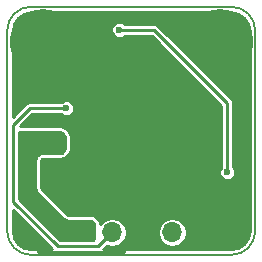
<source format=gbr>
G04 #@! TF.FileFunction,Copper,L2,Bot,Signal*
%FSLAX46Y46*%
G04 Gerber Fmt 4.6, Leading zero omitted, Abs format (unit mm)*
G04 Created by KiCad (PCBNEW 4.0.5) date Sunday, 09. April 2017 'u35' 15:35:46*
%MOMM*%
%LPD*%
G01*
G04 APERTURE LIST*
%ADD10C,0.100000*%
%ADD11C,0.150000*%
%ADD12C,5.600000*%
%ADD13R,1.700000X1.700000*%
%ADD14O,1.700000X1.700000*%
%ADD15C,0.600000*%
%ADD16C,0.250000*%
%ADD17C,0.254000*%
G04 APERTURE END LIST*
D10*
D11*
X139000000Y-110000000D02*
G75*
G03X141000000Y-108000000I0J2000000D01*
G01*
X120000000Y-108000000D02*
G75*
G03X122000000Y-110000000I2000000J0D01*
G01*
X141000000Y-91000000D02*
G75*
G03X139000000Y-89000000I-2000000J0D01*
G01*
X122000000Y-89000000D02*
G75*
G03X120000000Y-91000000I0J-2000000D01*
G01*
X139000000Y-110000000D02*
X122000000Y-110000000D01*
X141000000Y-91000000D02*
X141000000Y-108000000D01*
X122000000Y-89000000D02*
X139000000Y-89000000D01*
X120000000Y-108000000D02*
X120000000Y-91000000D01*
D12*
X138000000Y-92000000D03*
X123000000Y-92000000D03*
D13*
X126350000Y-108095000D03*
D14*
X128890000Y-108095000D03*
X131430000Y-108095000D03*
X133970000Y-108095000D03*
D15*
X124500000Y-100500000D03*
X123500000Y-100500000D03*
X121500000Y-100500000D03*
X123500000Y-103500000D03*
X137000000Y-109000000D03*
X137000000Y-104500000D03*
X137000000Y-101500000D03*
X121000000Y-97000000D03*
X126500000Y-103500000D03*
X124500000Y-103500000D03*
X127500000Y-103500000D03*
X127500000Y-105500000D03*
X122000000Y-109000000D03*
X131500000Y-105500000D03*
X131500000Y-103500000D03*
X128000000Y-96500000D03*
X126000000Y-96500000D03*
X127000000Y-96500000D03*
X126000000Y-90000000D03*
X121000000Y-95000000D03*
X140000000Y-99000000D03*
X140000000Y-101000000D03*
X131000000Y-90000000D03*
X133000000Y-90000000D03*
X135000000Y-90000000D03*
X140000000Y-97000000D03*
X140000000Y-95000000D03*
X140000000Y-103000000D03*
X139000000Y-109000000D03*
X140000000Y-108000000D03*
X140000000Y-105000000D03*
X138645000Y-103000000D03*
X129500000Y-90950000D03*
X125000000Y-97600000D03*
D16*
X122000000Y-96000000D02*
X122500000Y-96500000D01*
X122500000Y-96500000D02*
X126000000Y-96500000D01*
X121000000Y-97000000D02*
X122000000Y-96000000D01*
X130580001Y-108944999D02*
X131430000Y-108095000D01*
X122720012Y-109720012D02*
X129804988Y-109720012D01*
X122000000Y-109000000D02*
X122720012Y-109720012D01*
X129804988Y-109720012D02*
X130580001Y-108944999D01*
X127000000Y-96500000D02*
X126000000Y-96500000D01*
X133025000Y-106500000D02*
X136500000Y-106500000D01*
X136500000Y-106500000D02*
X139000000Y-109000000D01*
X131430000Y-108095000D02*
X133025000Y-106500000D01*
X140000000Y-103000000D02*
X140000000Y-101000000D01*
X140000000Y-105000000D02*
X140000000Y-103000000D01*
X133000000Y-90000000D02*
X131000000Y-90000000D01*
X138000000Y-92000000D02*
X137000000Y-92000000D01*
X137000000Y-92000000D02*
X135000000Y-90000000D01*
X138000000Y-92000000D02*
X138000000Y-93000000D01*
X138000000Y-93000000D02*
X140000000Y-95000000D01*
X140000000Y-108000000D02*
X140000000Y-105000000D01*
X138645000Y-100500000D02*
X138645000Y-97145000D01*
X138645000Y-97145000D02*
X132450000Y-90950000D01*
X132450000Y-90950000D02*
X130160000Y-90950000D01*
X130160000Y-90950000D02*
X129500000Y-90950000D01*
X138645000Y-101110000D02*
X138645000Y-100500000D01*
X138645000Y-100500000D02*
X138645000Y-103000000D01*
X125000000Y-97600000D02*
X121900000Y-97600000D01*
X120500000Y-99000000D02*
X120500000Y-105500000D01*
X121900000Y-97600000D02*
X120500000Y-99000000D01*
X120500000Y-105500000D02*
X124270001Y-109270001D01*
X124270001Y-109270001D02*
X127714999Y-109270001D01*
X127714999Y-109270001D02*
X128890000Y-108095000D01*
D17*
G36*
X123828408Y-109544000D02*
X122044911Y-109544000D01*
X121412555Y-109418216D01*
X120914544Y-109085456D01*
X120581784Y-108587445D01*
X120456000Y-107955088D01*
X120456000Y-106171592D01*
X123828408Y-109544000D01*
X123828408Y-109544000D01*
G37*
X123828408Y-109544000D02*
X122044911Y-109544000D01*
X121412555Y-109418216D01*
X120914544Y-109085456D01*
X120581784Y-108587445D01*
X120456000Y-107955088D01*
X120456000Y-106171592D01*
X123828408Y-109544000D01*
G36*
X139587445Y-89581784D02*
X140085456Y-89914544D01*
X140418216Y-90412555D01*
X140544000Y-91044911D01*
X140544000Y-107955089D01*
X140418216Y-108587445D01*
X140085456Y-109085456D01*
X139587445Y-109418216D01*
X138955088Y-109544000D01*
X128156592Y-109544000D01*
X128439988Y-109260604D01*
X128890000Y-109350117D01*
X129361083Y-109256413D01*
X129760448Y-108989565D01*
X130027296Y-108590200D01*
X130121000Y-108119117D01*
X130121000Y-108070883D01*
X132739000Y-108070883D01*
X132739000Y-108119117D01*
X132832704Y-108590200D01*
X133099552Y-108989565D01*
X133498917Y-109256413D01*
X133970000Y-109350117D01*
X134441083Y-109256413D01*
X134840448Y-108989565D01*
X135107296Y-108590200D01*
X135201000Y-108119117D01*
X135201000Y-108070883D01*
X135107296Y-107599800D01*
X134840448Y-107200435D01*
X134441083Y-106933587D01*
X133970000Y-106839883D01*
X133498917Y-106933587D01*
X133099552Y-107200435D01*
X132832704Y-107599800D01*
X132739000Y-108070883D01*
X130121000Y-108070883D01*
X130027296Y-107599800D01*
X129760448Y-107200435D01*
X129361083Y-106933587D01*
X128890000Y-106839883D01*
X128418917Y-106933587D01*
X128019552Y-107200435D01*
X127872618Y-107420337D01*
X127835619Y-107234329D01*
X127778729Y-107096984D01*
X127670342Y-106934773D01*
X127565227Y-106829658D01*
X127403016Y-106721271D01*
X127265671Y-106664381D01*
X127074329Y-106626321D01*
X127000000Y-106619000D01*
X125244631Y-106619000D01*
X125164426Y-106603046D01*
X125096427Y-106557611D01*
X122942389Y-104403573D01*
X122896954Y-104335574D01*
X122881000Y-104255369D01*
X122881000Y-102037524D01*
X122896954Y-101957319D01*
X122921133Y-101921133D01*
X122957319Y-101896954D01*
X123037524Y-101881000D01*
X124500000Y-101881000D01*
X124574329Y-101873679D01*
X124765671Y-101835619D01*
X124903016Y-101778729D01*
X125065227Y-101670342D01*
X125170342Y-101565227D01*
X125278729Y-101403016D01*
X125335619Y-101265671D01*
X125373679Y-101074329D01*
X125381000Y-101000000D01*
X125381000Y-100000000D01*
X125373679Y-99925671D01*
X125335619Y-99734329D01*
X125278729Y-99596984D01*
X125170342Y-99434773D01*
X125065227Y-99329658D01*
X124903016Y-99221271D01*
X124765671Y-99164381D01*
X124574329Y-99126321D01*
X124500000Y-99119000D01*
X121096592Y-99119000D01*
X122109592Y-98106000D01*
X124542877Y-98106000D01*
X124613741Y-98176987D01*
X124863946Y-98280882D01*
X125134865Y-98281118D01*
X125385252Y-98177661D01*
X125576987Y-97986259D01*
X125680882Y-97736054D01*
X125681118Y-97465135D01*
X125577661Y-97214748D01*
X125386259Y-97023013D01*
X125136054Y-96919118D01*
X124865135Y-96918882D01*
X124614748Y-97022339D01*
X124542962Y-97094000D01*
X121900000Y-97094000D01*
X121706362Y-97132517D01*
X121542204Y-97242204D01*
X120456000Y-98328408D01*
X120456000Y-91084865D01*
X128818882Y-91084865D01*
X128922339Y-91335252D01*
X129113741Y-91526987D01*
X129363946Y-91630882D01*
X129634865Y-91631118D01*
X129885252Y-91527661D01*
X129957038Y-91456000D01*
X132240408Y-91456000D01*
X138139000Y-97354592D01*
X138139000Y-102542877D01*
X138068013Y-102613741D01*
X137964118Y-102863946D01*
X137963882Y-103134865D01*
X138067339Y-103385252D01*
X138258741Y-103576987D01*
X138508946Y-103680882D01*
X138779865Y-103681118D01*
X139030252Y-103577661D01*
X139221987Y-103386259D01*
X139325882Y-103136054D01*
X139326118Y-102865135D01*
X139222661Y-102614748D01*
X139151000Y-102542962D01*
X139151000Y-97145000D01*
X139112483Y-96951362D01*
X139002796Y-96787204D01*
X132807796Y-90592204D01*
X132643638Y-90482517D01*
X132450000Y-90444000D01*
X129957123Y-90444000D01*
X129886259Y-90373013D01*
X129636054Y-90269118D01*
X129365135Y-90268882D01*
X129114748Y-90372339D01*
X128923013Y-90563741D01*
X128819118Y-90813946D01*
X128818882Y-91084865D01*
X120456000Y-91084865D01*
X120456000Y-91044912D01*
X120581784Y-90412555D01*
X120914544Y-89914544D01*
X121412555Y-89581784D01*
X122044911Y-89456000D01*
X138955088Y-89456000D01*
X139587445Y-89581784D01*
X139587445Y-89581784D01*
G37*
X139587445Y-89581784D02*
X140085456Y-89914544D01*
X140418216Y-90412555D01*
X140544000Y-91044911D01*
X140544000Y-107955089D01*
X140418216Y-108587445D01*
X140085456Y-109085456D01*
X139587445Y-109418216D01*
X138955088Y-109544000D01*
X128156592Y-109544000D01*
X128439988Y-109260604D01*
X128890000Y-109350117D01*
X129361083Y-109256413D01*
X129760448Y-108989565D01*
X130027296Y-108590200D01*
X130121000Y-108119117D01*
X130121000Y-108070883D01*
X132739000Y-108070883D01*
X132739000Y-108119117D01*
X132832704Y-108590200D01*
X133099552Y-108989565D01*
X133498917Y-109256413D01*
X133970000Y-109350117D01*
X134441083Y-109256413D01*
X134840448Y-108989565D01*
X135107296Y-108590200D01*
X135201000Y-108119117D01*
X135201000Y-108070883D01*
X135107296Y-107599800D01*
X134840448Y-107200435D01*
X134441083Y-106933587D01*
X133970000Y-106839883D01*
X133498917Y-106933587D01*
X133099552Y-107200435D01*
X132832704Y-107599800D01*
X132739000Y-108070883D01*
X130121000Y-108070883D01*
X130027296Y-107599800D01*
X129760448Y-107200435D01*
X129361083Y-106933587D01*
X128890000Y-106839883D01*
X128418917Y-106933587D01*
X128019552Y-107200435D01*
X127872618Y-107420337D01*
X127835619Y-107234329D01*
X127778729Y-107096984D01*
X127670342Y-106934773D01*
X127565227Y-106829658D01*
X127403016Y-106721271D01*
X127265671Y-106664381D01*
X127074329Y-106626321D01*
X127000000Y-106619000D01*
X125244631Y-106619000D01*
X125164426Y-106603046D01*
X125096427Y-106557611D01*
X122942389Y-104403573D01*
X122896954Y-104335574D01*
X122881000Y-104255369D01*
X122881000Y-102037524D01*
X122896954Y-101957319D01*
X122921133Y-101921133D01*
X122957319Y-101896954D01*
X123037524Y-101881000D01*
X124500000Y-101881000D01*
X124574329Y-101873679D01*
X124765671Y-101835619D01*
X124903016Y-101778729D01*
X125065227Y-101670342D01*
X125170342Y-101565227D01*
X125278729Y-101403016D01*
X125335619Y-101265671D01*
X125373679Y-101074329D01*
X125381000Y-101000000D01*
X125381000Y-100000000D01*
X125373679Y-99925671D01*
X125335619Y-99734329D01*
X125278729Y-99596984D01*
X125170342Y-99434773D01*
X125065227Y-99329658D01*
X124903016Y-99221271D01*
X124765671Y-99164381D01*
X124574329Y-99126321D01*
X124500000Y-99119000D01*
X121096592Y-99119000D01*
X122109592Y-98106000D01*
X124542877Y-98106000D01*
X124613741Y-98176987D01*
X124863946Y-98280882D01*
X125134865Y-98281118D01*
X125385252Y-98177661D01*
X125576987Y-97986259D01*
X125680882Y-97736054D01*
X125681118Y-97465135D01*
X125577661Y-97214748D01*
X125386259Y-97023013D01*
X125136054Y-96919118D01*
X124865135Y-96918882D01*
X124614748Y-97022339D01*
X124542962Y-97094000D01*
X121900000Y-97094000D01*
X121706362Y-97132517D01*
X121542204Y-97242204D01*
X120456000Y-98328408D01*
X120456000Y-91084865D01*
X128818882Y-91084865D01*
X128922339Y-91335252D01*
X129113741Y-91526987D01*
X129363946Y-91630882D01*
X129634865Y-91631118D01*
X129885252Y-91527661D01*
X129957038Y-91456000D01*
X132240408Y-91456000D01*
X138139000Y-97354592D01*
X138139000Y-102542877D01*
X138068013Y-102613741D01*
X137964118Y-102863946D01*
X137963882Y-103134865D01*
X138067339Y-103385252D01*
X138258741Y-103576987D01*
X138508946Y-103680882D01*
X138779865Y-103681118D01*
X139030252Y-103577661D01*
X139221987Y-103386259D01*
X139325882Y-103136054D01*
X139326118Y-102865135D01*
X139222661Y-102614748D01*
X139151000Y-102542962D01*
X139151000Y-97145000D01*
X139112483Y-96951362D01*
X139002796Y-96787204D01*
X132807796Y-90592204D01*
X132643638Y-90482517D01*
X132450000Y-90444000D01*
X129957123Y-90444000D01*
X129886259Y-90373013D01*
X129636054Y-90269118D01*
X129365135Y-90268882D01*
X129114748Y-90372339D01*
X128923013Y-90563741D01*
X128819118Y-90813946D01*
X128818882Y-91084865D01*
X120456000Y-91084865D01*
X120456000Y-91044912D01*
X120581784Y-90412555D01*
X120914544Y-89914544D01*
X121412555Y-89581784D01*
X122044911Y-89456000D01*
X138955088Y-89456000D01*
X139587445Y-89581784D01*
G36*
X124641790Y-99657692D02*
X124761991Y-99738009D01*
X124842308Y-99858210D01*
X124873000Y-100012509D01*
X124873000Y-100987491D01*
X124842308Y-101141790D01*
X124761991Y-101261991D01*
X124641790Y-101342308D01*
X124487491Y-101373000D01*
X123000000Y-101373000D01*
X122975224Y-101375440D01*
X122783882Y-101413500D01*
X122738100Y-101432464D01*
X122575889Y-101540851D01*
X122540851Y-101575889D01*
X122432464Y-101738100D01*
X122413500Y-101783882D01*
X122375440Y-101975224D01*
X122373000Y-102000000D01*
X122373000Y-104292893D01*
X122375440Y-104317669D01*
X122413500Y-104509011D01*
X122432463Y-104554793D01*
X122540850Y-104717005D01*
X122556644Y-104736250D01*
X124763750Y-106943356D01*
X124782995Y-106959150D01*
X124945207Y-107067537D01*
X124990989Y-107086500D01*
X125182331Y-107124560D01*
X125207107Y-107127000D01*
X126987491Y-107127000D01*
X127141790Y-107157692D01*
X127261991Y-107238009D01*
X127342308Y-107358210D01*
X127373000Y-107512509D01*
X127373000Y-108487491D01*
X127342308Y-108641790D01*
X127261991Y-108761991D01*
X127258983Y-108764001D01*
X124479593Y-108764001D01*
X121006000Y-105290408D01*
X121006000Y-99628295D01*
X121012509Y-99627000D01*
X124487491Y-99627000D01*
X124641790Y-99657692D01*
X124641790Y-99657692D01*
G37*
X124641790Y-99657692D02*
X124761991Y-99738009D01*
X124842308Y-99858210D01*
X124873000Y-100012509D01*
X124873000Y-100987491D01*
X124842308Y-101141790D01*
X124761991Y-101261991D01*
X124641790Y-101342308D01*
X124487491Y-101373000D01*
X123000000Y-101373000D01*
X122975224Y-101375440D01*
X122783882Y-101413500D01*
X122738100Y-101432464D01*
X122575889Y-101540851D01*
X122540851Y-101575889D01*
X122432464Y-101738100D01*
X122413500Y-101783882D01*
X122375440Y-101975224D01*
X122373000Y-102000000D01*
X122373000Y-104292893D01*
X122375440Y-104317669D01*
X122413500Y-104509011D01*
X122432463Y-104554793D01*
X122540850Y-104717005D01*
X122556644Y-104736250D01*
X124763750Y-106943356D01*
X124782995Y-106959150D01*
X124945207Y-107067537D01*
X124990989Y-107086500D01*
X125182331Y-107124560D01*
X125207107Y-107127000D01*
X126987491Y-107127000D01*
X127141790Y-107157692D01*
X127261991Y-107238009D01*
X127342308Y-107358210D01*
X127373000Y-107512509D01*
X127373000Y-108487491D01*
X127342308Y-108641790D01*
X127261991Y-108761991D01*
X127258983Y-108764001D01*
X124479593Y-108764001D01*
X121006000Y-105290408D01*
X121006000Y-99628295D01*
X121012509Y-99627000D01*
X124487491Y-99627000D01*
X124641790Y-99657692D01*
M02*

</source>
